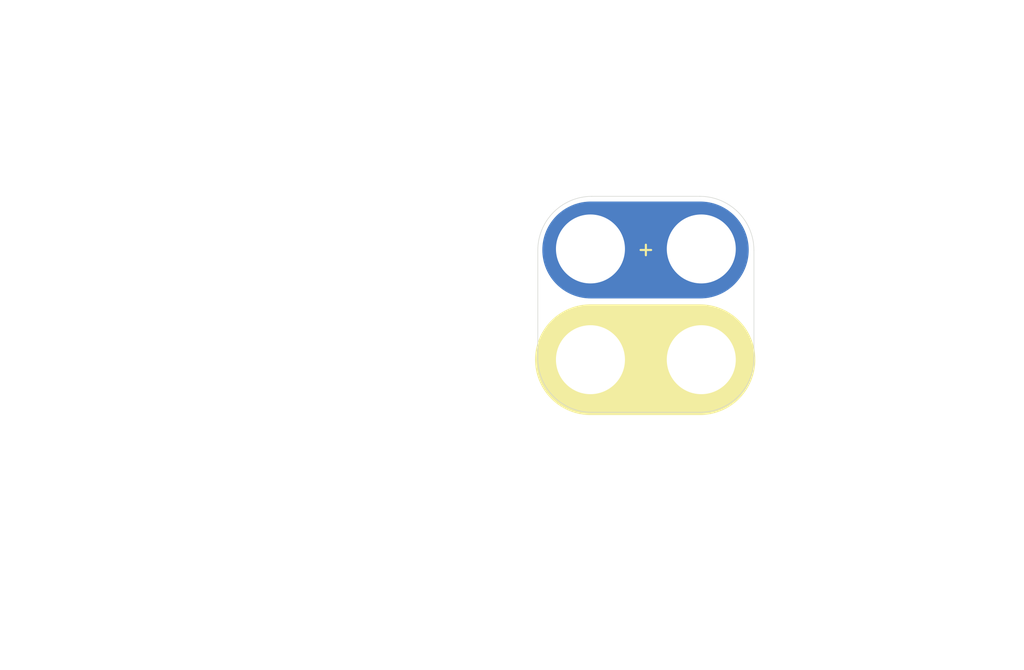
<source format=kicad_pcb>
(kicad_pcb (version 4) (host pcbnew 4.0.5-e0-6337~49~ubuntu16.04.1)

  (general
    (links 0)
    (no_connects 0)
    (area 104.572999 74.854999 178.510001 123.265001)
    (thickness 1.6)
    (drawings 17)
    (tracks 0)
    (zones 0)
    (modules 1)
    (nets 1)
  )

  (page USLetter)
  (title_block
    (title "2x2 Generic 1206 SMT Module")
    (date "18 Jan 2017")
    (rev 1.0)
    (company "All rights reserved.")
    (comment 1 help@browndoggadgets.com)
    (comment 2 http://browndoggadgets.com/)
    (comment 3 "Brown Dog Gadgets")
  )

  (layers
    (0 F.Cu signal)
    (31 B.Cu signal)
    (34 B.Paste user)
    (35 F.Paste user)
    (36 B.SilkS user)
    (37 F.SilkS user)
    (38 B.Mask user)
    (39 F.Mask user)
    (40 Dwgs.User user)
    (44 Edge.Cuts user)
    (46 B.CrtYd user)
    (47 F.CrtYd user)
    (48 B.Fab user)
    (49 F.Fab user)
  )

  (setup
    (last_trace_width 0.254)
    (user_trace_width 0.1524)
    (user_trace_width 0.254)
    (user_trace_width 0.3302)
    (user_trace_width 0.508)
    (user_trace_width 0.762)
    (user_trace_width 1.27)
    (trace_clearance 0.254)
    (zone_clearance 0.508)
    (zone_45_only no)
    (trace_min 0.1524)
    (segment_width 0.1524)
    (edge_width 0.1524)
    (via_size 0.6858)
    (via_drill 0.3302)
    (via_min_size 0.6858)
    (via_min_drill 0.3302)
    (user_via 0.6858 0.3302)
    (user_via 0.762 0.4064)
    (user_via 0.8636 0.508)
    (uvia_size 0.6858)
    (uvia_drill 0.3302)
    (uvias_allowed no)
    (uvia_min_size 0)
    (uvia_min_drill 0)
    (pcb_text_width 0.1524)
    (pcb_text_size 1.016 1.016)
    (mod_edge_width 0.1524)
    (mod_text_size 1.016 1.016)
    (mod_text_width 0.1524)
    (pad_size 1.524 1.524)
    (pad_drill 0.762)
    (pad_to_mask_clearance 0.0762)
    (solder_mask_min_width 0.1016)
    (pad_to_paste_clearance -0.0762)
    (aux_axis_origin 0 0)
    (visible_elements FFFEDF7D)
    (pcbplotparams
      (layerselection 0x310fc_80000001)
      (usegerberextensions true)
      (excludeedgelayer true)
      (linewidth 0.100000)
      (plotframeref false)
      (viasonmask false)
      (mode 1)
      (useauxorigin false)
      (hpglpennumber 1)
      (hpglpenspeed 20)
      (hpglpendiameter 15)
      (hpglpenoverlay 2)
      (psnegative false)
      (psa4output false)
      (plotreference true)
      (plotvalue true)
      (plotinvisibletext false)
      (padsonsilk false)
      (subtractmaskfromsilk false)
      (outputformat 1)
      (mirror false)
      (drillshape 0)
      (scaleselection 1)
      (outputdirectory gerbers))
  )

  (net 0 "")

  (net_class Default "This is the default net class."
    (clearance 0.254)
    (trace_width 0.254)
    (via_dia 0.6858)
    (via_drill 0.3302)
    (uvia_dia 0.6858)
    (uvia_drill 0.3302)
  )

  (module Crazy_Circuits:LED-SMT-1206-2x2-CENTER (layer F.Cu) (tedit 587F3A6F) (tstamp 587F9D26)
    (at 147.193 100.838)
    (descr "1206 surface mount centered 2x2")
    (fp_text reference LED (at 4 -4.7) (layer B.SilkS) hide
      (effects (font (size 1 1) (thickness 0.15)) (justify mirror))
    )
    (fp_text value "RED 2V" (at 4 -4) (layer F.Fab) hide
      (effects (font (size 1 1) (thickness 0.15)))
    )
    (fp_text user + (at 4 -8) (layer F.Fab)
      (effects (font (size 1 1) (thickness 0.15)))
    )
    (fp_line (start 3 -1) (end 3 -7) (layer F.Fab) (width 0.04064))
    (fp_line (start 5 -1) (end 3 -1) (layer F.Fab) (width 0.04064))
    (fp_line (start 5 -7) (end 5 -1) (layer F.Fab) (width 0.04064))
    (fp_line (start 3 -7) (end 5 -7) (layer F.Fab) (width 0.04064))
    (fp_text user + (at 4 -8) (layer F.SilkS)
      (effects (font (size 1 1) (thickness 0.15)))
    )
    (fp_line (start 0 0) (end 7.9 0) (layer B.Mask) (width 7))
    (fp_line (start 0 0) (end 7.9 0) (layer B.Cu) (width 7))
    (fp_line (start 0.025 -7.925) (end 7.925 -7.925) (layer B.Mask) (width 7))
    (fp_line (start 0.025 -7.925) (end 7.925 -7.925) (layer B.Cu) (width 7))
    (fp_line (start 7.9 -11.8) (end 0.1 -11.8) (layer Edge.Cuts) (width 0.04064))
    (fp_line (start 7.9 3.8) (end 0.1 3.8) (layer Edge.Cuts) (width 0.04064))
    (fp_line (start 11.8 -0.1) (end 11.8 -7.9) (layer Edge.Cuts) (width 0.04064))
    (fp_line (start -3.8 -0.1) (end -3.8 -7.9) (layer Edge.Cuts) (width 0.04064))
    (fp_arc (start 7.9 -7.9) (end 7.9 -11.8) (angle 90) (layer Edge.Cuts) (width 0.04064))
    (fp_arc (start 7.9 -0.1) (end 11.8 -0.1) (angle 90) (layer Edge.Cuts) (width 0.04064))
    (fp_arc (start 0.1 -0.1) (end 0.1 3.8) (angle 90) (layer Edge.Cuts) (width 0.04064))
    (fp_arc (start 0.1 -7.9) (end -3.8 -7.9) (angle 90) (layer Edge.Cuts) (width 0.04064))
    (fp_line (start 7.9 -11.8) (end 0.1 -11.8) (layer F.Fab) (width 0.04064))
    (fp_line (start 7.9 3.8) (end 0.1 3.8) (layer F.Fab) (width 0.04064))
    (fp_line (start 11.8 -0.1) (end 11.8 -7.9) (layer F.Fab) (width 0.04064))
    (fp_line (start -3.8 -0.1) (end -3.8 -7.9) (layer F.Fab) (width 0.04064))
    (fp_arc (start 7.9 -7.9) (end 7.9 -11.8) (angle 90) (layer F.Fab) (width 0.04064))
    (fp_arc (start 7.9 -0.1) (end 11.8 -0.1) (angle 90) (layer F.Fab) (width 0.04064))
    (fp_arc (start 0.1 -0.1) (end 0.1 3.8) (angle 90) (layer F.Fab) (width 0.04064))
    (fp_arc (start 0.1 -7.9) (end -3.8 -7.9) (angle 90) (layer F.Fab) (width 0.04064))
    (fp_text user - (at 4 0) (layer F.Fab)
      (effects (font (size 1 1) (thickness 0.15)))
    )
    (fp_line (start 0 0) (end 7.9 0) (layer F.SilkS) (width 8))
    (pad 1 smd rect (at 4 -5.71) (size 1.6 1.5) (layers F.Cu F.Paste F.Mask))
    (pad 2 thru_hole circle (at 0 0) (size 6 6) (drill 4.98) (layers *.Cu *.Mask))
    (pad 1 thru_hole circle (at 0 -8) (size 6 6) (drill 4.98) (layers *.Cu *.Mask))
    (pad 1 thru_hole circle (at 8 -8) (size 6 6) (drill 4.98) (layers *.Cu *.Mask))
    (pad 2 thru_hole circle (at 8 0) (size 6 6) (drill 4.98) (layers *.Cu *.Mask))
    (pad 2 smd rect (at 4 -2.29) (size 1.6 1.5) (layers F.Cu F.Paste F.Mask))
  )

  (gr_circle (center 117.348 76.962) (end 118.618 76.962) (layer Dwgs.User) (width 0.15))
  (gr_line (start 114.427 78.994) (end 114.427 74.93) (angle 90) (layer Dwgs.User) (width 0.15))
  (gr_line (start 120.269 78.994) (end 114.427 78.994) (angle 90) (layer Dwgs.User) (width 0.15))
  (gr_line (start 120.269 74.93) (end 120.269 78.994) (angle 90) (layer Dwgs.User) (width 0.15))
  (gr_line (start 114.427 74.93) (end 120.269 74.93) (angle 90) (layer Dwgs.User) (width 0.15))
  (gr_line (start 120.523 93.98) (end 104.648 93.98) (angle 90) (layer Dwgs.User) (width 0.15))
  (gr_line (start 173.355 102.235) (end 173.355 94.615) (angle 90) (layer Dwgs.User) (width 0.15))
  (gr_line (start 178.435 102.235) (end 173.355 102.235) (angle 90) (layer Dwgs.User) (width 0.15))
  (gr_line (start 178.435 94.615) (end 178.435 102.235) (angle 90) (layer Dwgs.User) (width 0.15))
  (gr_line (start 173.355 94.615) (end 178.435 94.615) (angle 90) (layer Dwgs.User) (width 0.15))
  (gr_line (start 109.093 123.19) (end 109.093 114.3) (angle 90) (layer Dwgs.User) (width 0.15))
  (gr_line (start 122.428 123.19) (end 109.093 123.19) (angle 90) (layer Dwgs.User) (width 0.15))
  (gr_line (start 122.428 114.3) (end 122.428 123.19) (angle 90) (layer Dwgs.User) (width 0.15))
  (gr_line (start 109.093 114.3) (end 122.428 114.3) (angle 90) (layer Dwgs.User) (width 0.15))
  (gr_line (start 104.648 93.98) (end 104.648 82.55) (angle 90) (layer Dwgs.User) (width 0.15))
  (gr_line (start 120.523 82.55) (end 120.523 93.98) (angle 90) (layer Dwgs.User) (width 0.15))
  (gr_line (start 104.648 82.55) (end 120.523 82.55) (angle 90) (layer Dwgs.User) (width 0.15))

)

</source>
